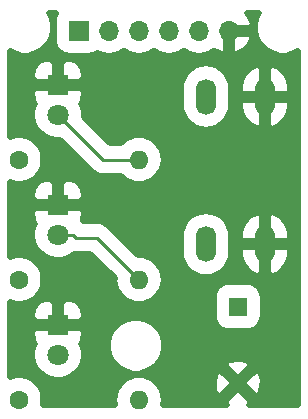
<source format=gbl>
G04 #@! TF.GenerationSoftware,KiCad,Pcbnew,(5.1.2)-1*
G04 #@! TF.CreationDate,2024-09-09T18:42:11+01:00*
G04 #@! TF.ProjectId,Starter_PCB01,53746172-7465-4725-9f50-434230312e6b,rev?*
G04 #@! TF.SameCoordinates,Original*
G04 #@! TF.FileFunction,Copper,L2,Bot*
G04 #@! TF.FilePolarity,Positive*
%FSLAX46Y46*%
G04 Gerber Fmt 4.6, Leading zero omitted, Abs format (unit mm)*
G04 Created by KiCad (PCBNEW (5.1.2)-1) date 2024-09-09 18:42:11*
%MOMM*%
%LPD*%
G04 APERTURE LIST*
%ADD10O,1.727200X3.048000*%
%ADD11R,1.600000X1.600000*%
%ADD12C,1.600000*%
%ADD13C,1.800000*%
%ADD14R,1.800000X1.800000*%
%ADD15O,1.600000X1.600000*%
%ADD16R,1.700000X1.700000*%
%ADD17O,1.700000X1.700000*%
%ADD18C,0.250000*%
%ADD19C,0.508000*%
G04 APERTURE END LIST*
D10*
X163656000Y-77978000D03*
X168656000Y-77978000D03*
X163656000Y-90478000D03*
X168656000Y-90478000D03*
D11*
X166370000Y-95758000D03*
D12*
X166370000Y-102258000D03*
D13*
X151130000Y-79502000D03*
D14*
X151130000Y-76962000D03*
D12*
X147828000Y-93472000D03*
D15*
X157988000Y-93472000D03*
X157988000Y-83312000D03*
D12*
X147828000Y-83312000D03*
D14*
X151130000Y-87122000D03*
D13*
X151130000Y-89662000D03*
D12*
X147828000Y-103632000D03*
D15*
X157988000Y-103632000D03*
D14*
X151130000Y-97282000D03*
D13*
X151130000Y-99822000D03*
D16*
X152908000Y-72390000D03*
D17*
X155448000Y-72390000D03*
X157988000Y-72390000D03*
X160528000Y-72390000D03*
X163068000Y-72390000D03*
X165608000Y-72390000D03*
D18*
X154940000Y-83312000D02*
X157988000Y-83312000D01*
X151130000Y-79502000D02*
X154940000Y-83312000D01*
X152402792Y-89662000D02*
X152656792Y-89916000D01*
X151130000Y-89662000D02*
X152402792Y-89662000D01*
X154432000Y-89916000D02*
X157988000Y-93472000D01*
X152656792Y-89916000D02*
X154432000Y-89916000D01*
D19*
G36*
X150878997Y-71051641D02*
G01*
X150806377Y-71291037D01*
X150781856Y-71540000D01*
X150781856Y-73240000D01*
X150806377Y-73488963D01*
X150878997Y-73728359D01*
X150996925Y-73948988D01*
X151155630Y-74142370D01*
X151349012Y-74301075D01*
X151569641Y-74419003D01*
X151809037Y-74491623D01*
X152058000Y-74516144D01*
X153758000Y-74516144D01*
X154006963Y-74491623D01*
X154246359Y-74419003D01*
X154466988Y-74301075D01*
X154490302Y-74281942D01*
X154632786Y-74358101D01*
X155032407Y-74479325D01*
X155343858Y-74510000D01*
X155552142Y-74510000D01*
X155863593Y-74479325D01*
X156263214Y-74358101D01*
X156631507Y-74161244D01*
X156718000Y-74090261D01*
X156804493Y-74161244D01*
X157172786Y-74358101D01*
X157572407Y-74479325D01*
X157883858Y-74510000D01*
X158092142Y-74510000D01*
X158403593Y-74479325D01*
X158803214Y-74358101D01*
X159171507Y-74161244D01*
X159258000Y-74090261D01*
X159344493Y-74161244D01*
X159712786Y-74358101D01*
X160112407Y-74479325D01*
X160423858Y-74510000D01*
X160632142Y-74510000D01*
X160943593Y-74479325D01*
X161343214Y-74358101D01*
X161711507Y-74161244D01*
X161798000Y-74090261D01*
X161884493Y-74161244D01*
X162252786Y-74358101D01*
X162652407Y-74479325D01*
X162963858Y-74510000D01*
X163172142Y-74510000D01*
X163483593Y-74479325D01*
X163883214Y-74358101D01*
X164251507Y-74161244D01*
X164346923Y-74082938D01*
X164576357Y-74242065D01*
X164957500Y-74407742D01*
X165027875Y-74429082D01*
X165354000Y-74174514D01*
X165354000Y-72644000D01*
X165862000Y-72644000D01*
X165862000Y-74174514D01*
X166188125Y-74429082D01*
X166258500Y-74407742D01*
X166639643Y-74242065D01*
X166981140Y-74005215D01*
X167269868Y-73706293D01*
X167494732Y-73356786D01*
X167647089Y-72970126D01*
X167395236Y-72644000D01*
X165862000Y-72644000D01*
X165354000Y-72644000D01*
X165334000Y-72644000D01*
X165334000Y-72136000D01*
X165354000Y-72136000D01*
X165354000Y-72116000D01*
X165862000Y-72116000D01*
X165862000Y-72136000D01*
X167395236Y-72136000D01*
X167647089Y-71809874D01*
X167494732Y-71423214D01*
X167269868Y-71073707D01*
X167093392Y-70891000D01*
X168161508Y-70891000D01*
X168079734Y-71013384D01*
X167901078Y-71444697D01*
X167810000Y-71902575D01*
X167810000Y-72369425D01*
X167901078Y-72827303D01*
X168079734Y-73258616D01*
X168339101Y-73646787D01*
X168669213Y-73976899D01*
X169057384Y-74236266D01*
X169488697Y-74414922D01*
X169946575Y-74506000D01*
X170413425Y-74506000D01*
X170871303Y-74414922D01*
X171302616Y-74236266D01*
X171425000Y-74154492D01*
X171425001Y-104115000D01*
X167302510Y-104115000D01*
X167322842Y-104106934D01*
X167377962Y-104077472D01*
X167423673Y-103670883D01*
X166370000Y-102617210D01*
X165316327Y-103670883D01*
X165362038Y-104077472D01*
X165448922Y-104115000D01*
X160004627Y-104115000D01*
X160028048Y-104037791D01*
X160068015Y-103632000D01*
X160028048Y-103226209D01*
X159909683Y-102836013D01*
X159717469Y-102476406D01*
X159680005Y-102430755D01*
X164297170Y-102430755D01*
X164370702Y-102831824D01*
X164521066Y-103210842D01*
X164550528Y-103265962D01*
X164957117Y-103311673D01*
X166010790Y-102258000D01*
X166729210Y-102258000D01*
X167782883Y-103311673D01*
X168189472Y-103265962D01*
X168351156Y-102891633D01*
X168436704Y-102492954D01*
X168442830Y-102085245D01*
X168369298Y-101684176D01*
X168218934Y-101305158D01*
X168189472Y-101250038D01*
X167782883Y-101204327D01*
X166729210Y-102258000D01*
X166010790Y-102258000D01*
X164957117Y-101204327D01*
X164550528Y-101250038D01*
X164388844Y-101624367D01*
X164303296Y-102023046D01*
X164297170Y-102430755D01*
X159680005Y-102430755D01*
X159458793Y-102161207D01*
X159143594Y-101902531D01*
X158783987Y-101710317D01*
X158393791Y-101591952D01*
X158089684Y-101562000D01*
X157886316Y-101562000D01*
X157582209Y-101591952D01*
X157192013Y-101710317D01*
X156832406Y-101902531D01*
X156517207Y-102161207D01*
X156258531Y-102476406D01*
X156066317Y-102836013D01*
X155947952Y-103226209D01*
X155907985Y-103632000D01*
X155947952Y-104037791D01*
X155971373Y-104115000D01*
X149842479Y-104115000D01*
X149898000Y-103835877D01*
X149898000Y-103428123D01*
X149818451Y-103028203D01*
X149662410Y-102651487D01*
X149435874Y-102312452D01*
X149147548Y-102024126D01*
X148808513Y-101797590D01*
X148431797Y-101641549D01*
X148031877Y-101562000D01*
X147624123Y-101562000D01*
X147224203Y-101641549D01*
X147091000Y-101696724D01*
X147091000Y-98182000D01*
X148953855Y-98182000D01*
X148978376Y-98430964D01*
X149050996Y-98670360D01*
X149167754Y-98888798D01*
X149043392Y-99189034D01*
X148960000Y-99608274D01*
X148960000Y-100035726D01*
X149043392Y-100454966D01*
X149206971Y-100849881D01*
X149444451Y-101205295D01*
X149746705Y-101507549D01*
X150102119Y-101745029D01*
X150497034Y-101908608D01*
X150916274Y-101992000D01*
X151343726Y-101992000D01*
X151762966Y-101908608D01*
X152157881Y-101745029D01*
X152513295Y-101507549D01*
X152815549Y-101205295D01*
X153053029Y-100849881D01*
X153216608Y-100454966D01*
X153300000Y-100035726D01*
X153300000Y-99608274D01*
X153216608Y-99189034D01*
X153092246Y-98888798D01*
X153125505Y-98826575D01*
X155364000Y-98826575D01*
X155364000Y-99293425D01*
X155455078Y-99751303D01*
X155633734Y-100182616D01*
X155893101Y-100570787D01*
X156223213Y-100900899D01*
X156611384Y-101160266D01*
X157042697Y-101338922D01*
X157500575Y-101430000D01*
X157967425Y-101430000D01*
X158425303Y-101338922D01*
X158856616Y-101160266D01*
X159244787Y-100900899D01*
X159300569Y-100845117D01*
X165316327Y-100845117D01*
X166370000Y-101898790D01*
X167423673Y-100845117D01*
X167377962Y-100438528D01*
X167003633Y-100276844D01*
X166604954Y-100191296D01*
X166197245Y-100185170D01*
X165796176Y-100258702D01*
X165417158Y-100409066D01*
X165362038Y-100438528D01*
X165316327Y-100845117D01*
X159300569Y-100845117D01*
X159574899Y-100570787D01*
X159834266Y-100182616D01*
X160012922Y-99751303D01*
X160104000Y-99293425D01*
X160104000Y-98826575D01*
X160012922Y-98368697D01*
X159834266Y-97937384D01*
X159574899Y-97549213D01*
X159244787Y-97219101D01*
X158856616Y-96959734D01*
X158425303Y-96781078D01*
X157967425Y-96690000D01*
X157500575Y-96690000D01*
X157042697Y-96781078D01*
X156611384Y-96959734D01*
X156223213Y-97219101D01*
X155893101Y-97549213D01*
X155633734Y-97937384D01*
X155455078Y-98368697D01*
X155364000Y-98826575D01*
X153125505Y-98826575D01*
X153209004Y-98670360D01*
X153281624Y-98430964D01*
X153306145Y-98182000D01*
X153300000Y-97853500D01*
X152982500Y-97536000D01*
X151384000Y-97536000D01*
X151384000Y-97556000D01*
X150876000Y-97556000D01*
X150876000Y-97536000D01*
X149277500Y-97536000D01*
X148960000Y-97853500D01*
X148953855Y-98182000D01*
X147091000Y-98182000D01*
X147091000Y-96382000D01*
X148953855Y-96382000D01*
X148960000Y-96710500D01*
X149277500Y-97028000D01*
X150876000Y-97028000D01*
X150876000Y-95429500D01*
X151384000Y-95429500D01*
X151384000Y-97028000D01*
X152982500Y-97028000D01*
X153300000Y-96710500D01*
X153306145Y-96382000D01*
X153281624Y-96133036D01*
X153209004Y-95893640D01*
X153091076Y-95673012D01*
X152932371Y-95479629D01*
X152738988Y-95320924D01*
X152518360Y-95202996D01*
X152278964Y-95130376D01*
X152030000Y-95105855D01*
X151701500Y-95112000D01*
X151384000Y-95429500D01*
X150876000Y-95429500D01*
X150558500Y-95112000D01*
X150230000Y-95105855D01*
X149981036Y-95130376D01*
X149741640Y-95202996D01*
X149521012Y-95320924D01*
X149327629Y-95479629D01*
X149168924Y-95673012D01*
X149050996Y-95893640D01*
X148978376Y-96133036D01*
X148953855Y-96382000D01*
X147091000Y-96382000D01*
X147091000Y-95407276D01*
X147224203Y-95462451D01*
X147624123Y-95542000D01*
X148031877Y-95542000D01*
X148431797Y-95462451D01*
X148808513Y-95306410D01*
X149147548Y-95079874D01*
X149435874Y-94791548D01*
X149662410Y-94452513D01*
X149818451Y-94075797D01*
X149898000Y-93675877D01*
X149898000Y-93268123D01*
X149818451Y-92868203D01*
X149662410Y-92491487D01*
X149435874Y-92152452D01*
X149147548Y-91864126D01*
X148808513Y-91637590D01*
X148431797Y-91481549D01*
X148031877Y-91402000D01*
X147624123Y-91402000D01*
X147224203Y-91481549D01*
X147091000Y-91536724D01*
X147091000Y-88022000D01*
X148953855Y-88022000D01*
X148978376Y-88270964D01*
X149050996Y-88510360D01*
X149167754Y-88728798D01*
X149043392Y-89029034D01*
X148960000Y-89448274D01*
X148960000Y-89875726D01*
X149043392Y-90294966D01*
X149206971Y-90689881D01*
X149444451Y-91045295D01*
X149746705Y-91347549D01*
X150102119Y-91585029D01*
X150497034Y-91748608D01*
X150916274Y-91832000D01*
X151343726Y-91832000D01*
X151762966Y-91748608D01*
X152157881Y-91585029D01*
X152513295Y-91347549D01*
X152553289Y-91307555D01*
X152588268Y-91311000D01*
X152588277Y-91311000D01*
X152656791Y-91317748D01*
X152725305Y-91311000D01*
X153854173Y-91311000D01*
X155917595Y-93374423D01*
X155907985Y-93472000D01*
X155947952Y-93877791D01*
X156066317Y-94267987D01*
X156258531Y-94627594D01*
X156517207Y-94942793D01*
X156832406Y-95201469D01*
X157192013Y-95393683D01*
X157582209Y-95512048D01*
X157886316Y-95542000D01*
X158089684Y-95542000D01*
X158393791Y-95512048D01*
X158783987Y-95393683D01*
X159143594Y-95201469D01*
X159440263Y-94958000D01*
X164293856Y-94958000D01*
X164293856Y-96558000D01*
X164318377Y-96806963D01*
X164390997Y-97046359D01*
X164508925Y-97266988D01*
X164667630Y-97460370D01*
X164861012Y-97619075D01*
X165081641Y-97737003D01*
X165321037Y-97809623D01*
X165570000Y-97834144D01*
X167170000Y-97834144D01*
X167418963Y-97809623D01*
X167658359Y-97737003D01*
X167878988Y-97619075D01*
X168072370Y-97460370D01*
X168231075Y-97266988D01*
X168349003Y-97046359D01*
X168421623Y-96806963D01*
X168446144Y-96558000D01*
X168446144Y-94958000D01*
X168421623Y-94709037D01*
X168349003Y-94469641D01*
X168231075Y-94249012D01*
X168072370Y-94055630D01*
X167878988Y-93896925D01*
X167658359Y-93778997D01*
X167418963Y-93706377D01*
X167170000Y-93681856D01*
X165570000Y-93681856D01*
X165321037Y-93706377D01*
X165081641Y-93778997D01*
X164861012Y-93896925D01*
X164667630Y-94055630D01*
X164508925Y-94249012D01*
X164390997Y-94469641D01*
X164318377Y-94709037D01*
X164293856Y-94958000D01*
X159440263Y-94958000D01*
X159458793Y-94942793D01*
X159717469Y-94627594D01*
X159909683Y-94267987D01*
X160028048Y-93877791D01*
X160068015Y-93472000D01*
X160028048Y-93066209D01*
X159909683Y-92676013D01*
X159717469Y-92316406D01*
X159458793Y-92001207D01*
X159143594Y-91742531D01*
X158783987Y-91550317D01*
X158393791Y-91431952D01*
X158089684Y-91402000D01*
X157890828Y-91402000D01*
X156201617Y-89712789D01*
X161522400Y-89712789D01*
X161522400Y-91243210D01*
X161553272Y-91556658D01*
X161675273Y-91958843D01*
X161873393Y-92329500D01*
X162140018Y-92654382D01*
X162464900Y-92921007D01*
X162835556Y-93119127D01*
X163237741Y-93241128D01*
X163656000Y-93282323D01*
X164074258Y-93241128D01*
X164476443Y-93119127D01*
X164847100Y-92921007D01*
X165171982Y-92654382D01*
X165438607Y-92329500D01*
X165636727Y-91958844D01*
X165758728Y-91556659D01*
X165789600Y-91243211D01*
X165789600Y-90732000D01*
X166522400Y-90732000D01*
X166522400Y-91392400D01*
X166612949Y-91803764D01*
X166782012Y-92189559D01*
X167023091Y-92534958D01*
X167326922Y-92826688D01*
X167681829Y-93053538D01*
X168073732Y-93191011D01*
X168402000Y-92936650D01*
X168402000Y-90732000D01*
X168910000Y-90732000D01*
X168910000Y-92936650D01*
X169238268Y-93191011D01*
X169630171Y-93053538D01*
X169985078Y-92826688D01*
X170288909Y-92534958D01*
X170529988Y-92189559D01*
X170699051Y-91803764D01*
X170789600Y-91392400D01*
X170789600Y-90732000D01*
X168910000Y-90732000D01*
X168402000Y-90732000D01*
X166522400Y-90732000D01*
X165789600Y-90732000D01*
X165789600Y-89712790D01*
X165774907Y-89563600D01*
X166522400Y-89563600D01*
X166522400Y-90224000D01*
X168402000Y-90224000D01*
X168402000Y-88019350D01*
X168910000Y-88019350D01*
X168910000Y-90224000D01*
X170789600Y-90224000D01*
X170789600Y-89563600D01*
X170699051Y-89152236D01*
X170529988Y-88766441D01*
X170288909Y-88421042D01*
X169985078Y-88129312D01*
X169630171Y-87902462D01*
X169238268Y-87764989D01*
X168910000Y-88019350D01*
X168402000Y-88019350D01*
X168073732Y-87764989D01*
X167681829Y-87902462D01*
X167326922Y-88129312D01*
X167023091Y-88421042D01*
X166782012Y-88766441D01*
X166612949Y-89152236D01*
X166522400Y-89563600D01*
X165774907Y-89563600D01*
X165758728Y-89399342D01*
X165636727Y-88997156D01*
X165438607Y-88626500D01*
X165171982Y-88301618D01*
X164847100Y-88034993D01*
X164476444Y-87836873D01*
X164074259Y-87714872D01*
X163656000Y-87673677D01*
X163237742Y-87714872D01*
X162835557Y-87836873D01*
X162464901Y-88034993D01*
X162140019Y-88301618D01*
X161873394Y-88626500D01*
X161675274Y-88997156D01*
X161553272Y-89399341D01*
X161522400Y-89712789D01*
X156201617Y-89712789D01*
X155466870Y-88978043D01*
X155423186Y-88924814D01*
X155210770Y-88750488D01*
X154968426Y-88620953D01*
X154705468Y-88541185D01*
X154500524Y-88521000D01*
X154500514Y-88521000D01*
X154432000Y-88514252D01*
X154363486Y-88521000D01*
X153211430Y-88521000D01*
X153205791Y-88516372D01*
X153209004Y-88510360D01*
X153281624Y-88270964D01*
X153306145Y-88022000D01*
X153300000Y-87693500D01*
X152982500Y-87376000D01*
X151384000Y-87376000D01*
X151384000Y-87396000D01*
X150876000Y-87396000D01*
X150876000Y-87376000D01*
X149277500Y-87376000D01*
X148960000Y-87693500D01*
X148953855Y-88022000D01*
X147091000Y-88022000D01*
X147091000Y-86222000D01*
X148953855Y-86222000D01*
X148960000Y-86550500D01*
X149277500Y-86868000D01*
X150876000Y-86868000D01*
X150876000Y-85269500D01*
X151384000Y-85269500D01*
X151384000Y-86868000D01*
X152982500Y-86868000D01*
X153300000Y-86550500D01*
X153306145Y-86222000D01*
X153281624Y-85973036D01*
X153209004Y-85733640D01*
X153091076Y-85513012D01*
X152932371Y-85319629D01*
X152738988Y-85160924D01*
X152518360Y-85042996D01*
X152278964Y-84970376D01*
X152030000Y-84945855D01*
X151701500Y-84952000D01*
X151384000Y-85269500D01*
X150876000Y-85269500D01*
X150558500Y-84952000D01*
X150230000Y-84945855D01*
X149981036Y-84970376D01*
X149741640Y-85042996D01*
X149521012Y-85160924D01*
X149327629Y-85319629D01*
X149168924Y-85513012D01*
X149050996Y-85733640D01*
X148978376Y-85973036D01*
X148953855Y-86222000D01*
X147091000Y-86222000D01*
X147091000Y-85247276D01*
X147224203Y-85302451D01*
X147624123Y-85382000D01*
X148031877Y-85382000D01*
X148431797Y-85302451D01*
X148808513Y-85146410D01*
X149147548Y-84919874D01*
X149435874Y-84631548D01*
X149662410Y-84292513D01*
X149818451Y-83915797D01*
X149898000Y-83515877D01*
X149898000Y-83108123D01*
X149818451Y-82708203D01*
X149662410Y-82331487D01*
X149435874Y-81992452D01*
X149147548Y-81704126D01*
X148808513Y-81477590D01*
X148431797Y-81321549D01*
X148031877Y-81242000D01*
X147624123Y-81242000D01*
X147224203Y-81321549D01*
X147091000Y-81376724D01*
X147091000Y-77862000D01*
X148953855Y-77862000D01*
X148978376Y-78110964D01*
X149050996Y-78350360D01*
X149167754Y-78568798D01*
X149043392Y-78869034D01*
X148960000Y-79288274D01*
X148960000Y-79715726D01*
X149043392Y-80134966D01*
X149206971Y-80529881D01*
X149444451Y-80885295D01*
X149746705Y-81187549D01*
X150102119Y-81425029D01*
X150497034Y-81588608D01*
X150916274Y-81672000D01*
X151327173Y-81672000D01*
X153905130Y-84249957D01*
X153948814Y-84303186D01*
X154161230Y-84477512D01*
X154403574Y-84607047D01*
X154666532Y-84686815D01*
X154871476Y-84707000D01*
X154871483Y-84707000D01*
X154940000Y-84713748D01*
X155008517Y-84707000D01*
X156455006Y-84707000D01*
X156517207Y-84782793D01*
X156832406Y-85041469D01*
X157192013Y-85233683D01*
X157582209Y-85352048D01*
X157886316Y-85382000D01*
X158089684Y-85382000D01*
X158393791Y-85352048D01*
X158783987Y-85233683D01*
X159143594Y-85041469D01*
X159458793Y-84782793D01*
X159717469Y-84467594D01*
X159909683Y-84107987D01*
X160028048Y-83717791D01*
X160068015Y-83312000D01*
X160028048Y-82906209D01*
X159909683Y-82516013D01*
X159717469Y-82156406D01*
X159458793Y-81841207D01*
X159143594Y-81582531D01*
X158783987Y-81390317D01*
X158393791Y-81271952D01*
X158089684Y-81242000D01*
X157886316Y-81242000D01*
X157582209Y-81271952D01*
X157192013Y-81390317D01*
X156832406Y-81582531D01*
X156517207Y-81841207D01*
X156455006Y-81917000D01*
X155517827Y-81917000D01*
X153300000Y-79699173D01*
X153300000Y-79288274D01*
X153216608Y-78869034D01*
X153092246Y-78568798D01*
X153209004Y-78350360D01*
X153281624Y-78110964D01*
X153306145Y-77862000D01*
X153300000Y-77533500D01*
X152982500Y-77216000D01*
X151384000Y-77216000D01*
X151384000Y-77236000D01*
X150876000Y-77236000D01*
X150876000Y-77216000D01*
X149277500Y-77216000D01*
X148960000Y-77533500D01*
X148953855Y-77862000D01*
X147091000Y-77862000D01*
X147091000Y-77212789D01*
X161522400Y-77212789D01*
X161522400Y-78743210D01*
X161553272Y-79056658D01*
X161675273Y-79458843D01*
X161873393Y-79829500D01*
X162140018Y-80154382D01*
X162464900Y-80421007D01*
X162835556Y-80619127D01*
X163237741Y-80741128D01*
X163656000Y-80782323D01*
X164074258Y-80741128D01*
X164476443Y-80619127D01*
X164847100Y-80421007D01*
X165171982Y-80154382D01*
X165438607Y-79829500D01*
X165636727Y-79458844D01*
X165758728Y-79056659D01*
X165789600Y-78743211D01*
X165789600Y-78232000D01*
X166522400Y-78232000D01*
X166522400Y-78892400D01*
X166612949Y-79303764D01*
X166782012Y-79689559D01*
X167023091Y-80034958D01*
X167326922Y-80326688D01*
X167681829Y-80553538D01*
X168073732Y-80691011D01*
X168402000Y-80436650D01*
X168402000Y-78232000D01*
X168910000Y-78232000D01*
X168910000Y-80436650D01*
X169238268Y-80691011D01*
X169630171Y-80553538D01*
X169985078Y-80326688D01*
X170288909Y-80034958D01*
X170529988Y-79689559D01*
X170699051Y-79303764D01*
X170789600Y-78892400D01*
X170789600Y-78232000D01*
X168910000Y-78232000D01*
X168402000Y-78232000D01*
X166522400Y-78232000D01*
X165789600Y-78232000D01*
X165789600Y-77212790D01*
X165774907Y-77063600D01*
X166522400Y-77063600D01*
X166522400Y-77724000D01*
X168402000Y-77724000D01*
X168402000Y-75519350D01*
X168910000Y-75519350D01*
X168910000Y-77724000D01*
X170789600Y-77724000D01*
X170789600Y-77063600D01*
X170699051Y-76652236D01*
X170529988Y-76266441D01*
X170288909Y-75921042D01*
X169985078Y-75629312D01*
X169630171Y-75402462D01*
X169238268Y-75264989D01*
X168910000Y-75519350D01*
X168402000Y-75519350D01*
X168073732Y-75264989D01*
X167681829Y-75402462D01*
X167326922Y-75629312D01*
X167023091Y-75921042D01*
X166782012Y-76266441D01*
X166612949Y-76652236D01*
X166522400Y-77063600D01*
X165774907Y-77063600D01*
X165758728Y-76899342D01*
X165636727Y-76497156D01*
X165438607Y-76126500D01*
X165171982Y-75801618D01*
X164847100Y-75534993D01*
X164476444Y-75336873D01*
X164074259Y-75214872D01*
X163656000Y-75173677D01*
X163237742Y-75214872D01*
X162835557Y-75336873D01*
X162464901Y-75534993D01*
X162140019Y-75801618D01*
X161873394Y-76126500D01*
X161675274Y-76497156D01*
X161553272Y-76899341D01*
X161522400Y-77212789D01*
X147091000Y-77212789D01*
X147091000Y-76062000D01*
X148953855Y-76062000D01*
X148960000Y-76390500D01*
X149277500Y-76708000D01*
X150876000Y-76708000D01*
X150876000Y-75109500D01*
X151384000Y-75109500D01*
X151384000Y-76708000D01*
X152982500Y-76708000D01*
X153300000Y-76390500D01*
X153306145Y-76062000D01*
X153281624Y-75813036D01*
X153209004Y-75573640D01*
X153091076Y-75353012D01*
X152932371Y-75159629D01*
X152738988Y-75000924D01*
X152518360Y-74882996D01*
X152278964Y-74810376D01*
X152030000Y-74785855D01*
X151701500Y-74792000D01*
X151384000Y-75109500D01*
X150876000Y-75109500D01*
X150558500Y-74792000D01*
X150230000Y-74785855D01*
X149981036Y-74810376D01*
X149741640Y-74882996D01*
X149521012Y-75000924D01*
X149327629Y-75159629D01*
X149168924Y-75353012D01*
X149050996Y-75573640D01*
X148978376Y-75813036D01*
X148953855Y-76062000D01*
X147091000Y-76062000D01*
X147091000Y-74154492D01*
X147213384Y-74236266D01*
X147644697Y-74414922D01*
X148102575Y-74506000D01*
X148569425Y-74506000D01*
X149027303Y-74414922D01*
X149458616Y-74236266D01*
X149846787Y-73976899D01*
X150176899Y-73646787D01*
X150436266Y-73258616D01*
X150614922Y-72827303D01*
X150706000Y-72369425D01*
X150706000Y-71902575D01*
X150614922Y-71444697D01*
X150436266Y-71013384D01*
X150354492Y-70891000D01*
X150964861Y-70891000D01*
X150878997Y-71051641D01*
X150878997Y-71051641D01*
G37*
X150878997Y-71051641D02*
X150806377Y-71291037D01*
X150781856Y-71540000D01*
X150781856Y-73240000D01*
X150806377Y-73488963D01*
X150878997Y-73728359D01*
X150996925Y-73948988D01*
X151155630Y-74142370D01*
X151349012Y-74301075D01*
X151569641Y-74419003D01*
X151809037Y-74491623D01*
X152058000Y-74516144D01*
X153758000Y-74516144D01*
X154006963Y-74491623D01*
X154246359Y-74419003D01*
X154466988Y-74301075D01*
X154490302Y-74281942D01*
X154632786Y-74358101D01*
X155032407Y-74479325D01*
X155343858Y-74510000D01*
X155552142Y-74510000D01*
X155863593Y-74479325D01*
X156263214Y-74358101D01*
X156631507Y-74161244D01*
X156718000Y-74090261D01*
X156804493Y-74161244D01*
X157172786Y-74358101D01*
X157572407Y-74479325D01*
X157883858Y-74510000D01*
X158092142Y-74510000D01*
X158403593Y-74479325D01*
X158803214Y-74358101D01*
X159171507Y-74161244D01*
X159258000Y-74090261D01*
X159344493Y-74161244D01*
X159712786Y-74358101D01*
X160112407Y-74479325D01*
X160423858Y-74510000D01*
X160632142Y-74510000D01*
X160943593Y-74479325D01*
X161343214Y-74358101D01*
X161711507Y-74161244D01*
X161798000Y-74090261D01*
X161884493Y-74161244D01*
X162252786Y-74358101D01*
X162652407Y-74479325D01*
X162963858Y-74510000D01*
X163172142Y-74510000D01*
X163483593Y-74479325D01*
X163883214Y-74358101D01*
X164251507Y-74161244D01*
X164346923Y-74082938D01*
X164576357Y-74242065D01*
X164957500Y-74407742D01*
X165027875Y-74429082D01*
X165354000Y-74174514D01*
X165354000Y-72644000D01*
X165862000Y-72644000D01*
X165862000Y-74174514D01*
X166188125Y-74429082D01*
X166258500Y-74407742D01*
X166639643Y-74242065D01*
X166981140Y-74005215D01*
X167269868Y-73706293D01*
X167494732Y-73356786D01*
X167647089Y-72970126D01*
X167395236Y-72644000D01*
X165862000Y-72644000D01*
X165354000Y-72644000D01*
X165334000Y-72644000D01*
X165334000Y-72136000D01*
X165354000Y-72136000D01*
X165354000Y-72116000D01*
X165862000Y-72116000D01*
X165862000Y-72136000D01*
X167395236Y-72136000D01*
X167647089Y-71809874D01*
X167494732Y-71423214D01*
X167269868Y-71073707D01*
X167093392Y-70891000D01*
X168161508Y-70891000D01*
X168079734Y-71013384D01*
X167901078Y-71444697D01*
X167810000Y-71902575D01*
X167810000Y-72369425D01*
X167901078Y-72827303D01*
X168079734Y-73258616D01*
X168339101Y-73646787D01*
X168669213Y-73976899D01*
X169057384Y-74236266D01*
X169488697Y-74414922D01*
X169946575Y-74506000D01*
X170413425Y-74506000D01*
X170871303Y-74414922D01*
X171302616Y-74236266D01*
X171425000Y-74154492D01*
X171425001Y-104115000D01*
X167302510Y-104115000D01*
X167322842Y-104106934D01*
X167377962Y-104077472D01*
X167423673Y-103670883D01*
X166370000Y-102617210D01*
X165316327Y-103670883D01*
X165362038Y-104077472D01*
X165448922Y-104115000D01*
X160004627Y-104115000D01*
X160028048Y-104037791D01*
X160068015Y-103632000D01*
X160028048Y-103226209D01*
X159909683Y-102836013D01*
X159717469Y-102476406D01*
X159680005Y-102430755D01*
X164297170Y-102430755D01*
X164370702Y-102831824D01*
X164521066Y-103210842D01*
X164550528Y-103265962D01*
X164957117Y-103311673D01*
X166010790Y-102258000D01*
X166729210Y-102258000D01*
X167782883Y-103311673D01*
X168189472Y-103265962D01*
X168351156Y-102891633D01*
X168436704Y-102492954D01*
X168442830Y-102085245D01*
X168369298Y-101684176D01*
X168218934Y-101305158D01*
X168189472Y-101250038D01*
X167782883Y-101204327D01*
X166729210Y-102258000D01*
X166010790Y-102258000D01*
X164957117Y-101204327D01*
X164550528Y-101250038D01*
X164388844Y-101624367D01*
X164303296Y-102023046D01*
X164297170Y-102430755D01*
X159680005Y-102430755D01*
X159458793Y-102161207D01*
X159143594Y-101902531D01*
X158783987Y-101710317D01*
X158393791Y-101591952D01*
X158089684Y-101562000D01*
X157886316Y-101562000D01*
X157582209Y-101591952D01*
X157192013Y-101710317D01*
X156832406Y-101902531D01*
X156517207Y-102161207D01*
X156258531Y-102476406D01*
X156066317Y-102836013D01*
X155947952Y-103226209D01*
X155907985Y-103632000D01*
X155947952Y-104037791D01*
X155971373Y-104115000D01*
X149842479Y-104115000D01*
X149898000Y-103835877D01*
X149898000Y-103428123D01*
X149818451Y-103028203D01*
X149662410Y-102651487D01*
X149435874Y-102312452D01*
X149147548Y-102024126D01*
X148808513Y-101797590D01*
X148431797Y-101641549D01*
X148031877Y-101562000D01*
X147624123Y-101562000D01*
X147224203Y-101641549D01*
X147091000Y-101696724D01*
X147091000Y-98182000D01*
X148953855Y-98182000D01*
X148978376Y-98430964D01*
X149050996Y-98670360D01*
X149167754Y-98888798D01*
X149043392Y-99189034D01*
X148960000Y-99608274D01*
X148960000Y-100035726D01*
X149043392Y-100454966D01*
X149206971Y-100849881D01*
X149444451Y-101205295D01*
X149746705Y-101507549D01*
X150102119Y-101745029D01*
X150497034Y-101908608D01*
X150916274Y-101992000D01*
X151343726Y-101992000D01*
X151762966Y-101908608D01*
X152157881Y-101745029D01*
X152513295Y-101507549D01*
X152815549Y-101205295D01*
X153053029Y-100849881D01*
X153216608Y-100454966D01*
X153300000Y-100035726D01*
X153300000Y-99608274D01*
X153216608Y-99189034D01*
X153092246Y-98888798D01*
X153125505Y-98826575D01*
X155364000Y-98826575D01*
X155364000Y-99293425D01*
X155455078Y-99751303D01*
X155633734Y-100182616D01*
X155893101Y-100570787D01*
X156223213Y-100900899D01*
X156611384Y-101160266D01*
X157042697Y-101338922D01*
X157500575Y-101430000D01*
X157967425Y-101430000D01*
X158425303Y-101338922D01*
X158856616Y-101160266D01*
X159244787Y-100900899D01*
X159300569Y-100845117D01*
X165316327Y-100845117D01*
X166370000Y-101898790D01*
X167423673Y-100845117D01*
X167377962Y-100438528D01*
X167003633Y-100276844D01*
X166604954Y-100191296D01*
X166197245Y-100185170D01*
X165796176Y-100258702D01*
X165417158Y-100409066D01*
X165362038Y-100438528D01*
X165316327Y-100845117D01*
X159300569Y-100845117D01*
X159574899Y-100570787D01*
X159834266Y-100182616D01*
X160012922Y-99751303D01*
X160104000Y-99293425D01*
X160104000Y-98826575D01*
X160012922Y-98368697D01*
X159834266Y-97937384D01*
X159574899Y-97549213D01*
X159244787Y-97219101D01*
X158856616Y-96959734D01*
X158425303Y-96781078D01*
X157967425Y-96690000D01*
X157500575Y-96690000D01*
X157042697Y-96781078D01*
X156611384Y-96959734D01*
X156223213Y-97219101D01*
X155893101Y-97549213D01*
X155633734Y-97937384D01*
X155455078Y-98368697D01*
X155364000Y-98826575D01*
X153125505Y-98826575D01*
X153209004Y-98670360D01*
X153281624Y-98430964D01*
X153306145Y-98182000D01*
X153300000Y-97853500D01*
X152982500Y-97536000D01*
X151384000Y-97536000D01*
X151384000Y-97556000D01*
X150876000Y-97556000D01*
X150876000Y-97536000D01*
X149277500Y-97536000D01*
X148960000Y-97853500D01*
X148953855Y-98182000D01*
X147091000Y-98182000D01*
X147091000Y-96382000D01*
X148953855Y-96382000D01*
X148960000Y-96710500D01*
X149277500Y-97028000D01*
X150876000Y-97028000D01*
X150876000Y-95429500D01*
X151384000Y-95429500D01*
X151384000Y-97028000D01*
X152982500Y-97028000D01*
X153300000Y-96710500D01*
X153306145Y-96382000D01*
X153281624Y-96133036D01*
X153209004Y-95893640D01*
X153091076Y-95673012D01*
X152932371Y-95479629D01*
X152738988Y-95320924D01*
X152518360Y-95202996D01*
X152278964Y-95130376D01*
X152030000Y-95105855D01*
X151701500Y-95112000D01*
X151384000Y-95429500D01*
X150876000Y-95429500D01*
X150558500Y-95112000D01*
X150230000Y-95105855D01*
X149981036Y-95130376D01*
X149741640Y-95202996D01*
X149521012Y-95320924D01*
X149327629Y-95479629D01*
X149168924Y-95673012D01*
X149050996Y-95893640D01*
X148978376Y-96133036D01*
X148953855Y-96382000D01*
X147091000Y-96382000D01*
X147091000Y-95407276D01*
X147224203Y-95462451D01*
X147624123Y-95542000D01*
X148031877Y-95542000D01*
X148431797Y-95462451D01*
X148808513Y-95306410D01*
X149147548Y-95079874D01*
X149435874Y-94791548D01*
X149662410Y-94452513D01*
X149818451Y-94075797D01*
X149898000Y-93675877D01*
X149898000Y-93268123D01*
X149818451Y-92868203D01*
X149662410Y-92491487D01*
X149435874Y-92152452D01*
X149147548Y-91864126D01*
X148808513Y-91637590D01*
X148431797Y-91481549D01*
X148031877Y-91402000D01*
X147624123Y-91402000D01*
X147224203Y-91481549D01*
X147091000Y-91536724D01*
X147091000Y-88022000D01*
X148953855Y-88022000D01*
X148978376Y-88270964D01*
X149050996Y-88510360D01*
X149167754Y-88728798D01*
X149043392Y-89029034D01*
X148960000Y-89448274D01*
X148960000Y-89875726D01*
X149043392Y-90294966D01*
X149206971Y-90689881D01*
X149444451Y-91045295D01*
X149746705Y-91347549D01*
X150102119Y-91585029D01*
X150497034Y-91748608D01*
X150916274Y-91832000D01*
X151343726Y-91832000D01*
X151762966Y-91748608D01*
X152157881Y-91585029D01*
X152513295Y-91347549D01*
X152553289Y-91307555D01*
X152588268Y-91311000D01*
X152588277Y-91311000D01*
X152656791Y-91317748D01*
X152725305Y-91311000D01*
X153854173Y-91311000D01*
X155917595Y-93374423D01*
X155907985Y-93472000D01*
X155947952Y-93877791D01*
X156066317Y-94267987D01*
X156258531Y-94627594D01*
X156517207Y-94942793D01*
X156832406Y-95201469D01*
X157192013Y-95393683D01*
X157582209Y-95512048D01*
X157886316Y-95542000D01*
X158089684Y-95542000D01*
X158393791Y-95512048D01*
X158783987Y-95393683D01*
X159143594Y-95201469D01*
X159440263Y-94958000D01*
X164293856Y-94958000D01*
X164293856Y-96558000D01*
X164318377Y-96806963D01*
X164390997Y-97046359D01*
X164508925Y-97266988D01*
X164667630Y-97460370D01*
X164861012Y-97619075D01*
X165081641Y-97737003D01*
X165321037Y-97809623D01*
X165570000Y-97834144D01*
X167170000Y-97834144D01*
X167418963Y-97809623D01*
X167658359Y-97737003D01*
X167878988Y-97619075D01*
X168072370Y-97460370D01*
X168231075Y-97266988D01*
X168349003Y-97046359D01*
X168421623Y-96806963D01*
X168446144Y-96558000D01*
X168446144Y-94958000D01*
X168421623Y-94709037D01*
X168349003Y-94469641D01*
X168231075Y-94249012D01*
X168072370Y-94055630D01*
X167878988Y-93896925D01*
X167658359Y-93778997D01*
X167418963Y-93706377D01*
X167170000Y-93681856D01*
X165570000Y-93681856D01*
X165321037Y-93706377D01*
X165081641Y-93778997D01*
X164861012Y-93896925D01*
X164667630Y-94055630D01*
X164508925Y-94249012D01*
X164390997Y-94469641D01*
X164318377Y-94709037D01*
X164293856Y-94958000D01*
X159440263Y-94958000D01*
X159458793Y-94942793D01*
X159717469Y-94627594D01*
X159909683Y-94267987D01*
X160028048Y-93877791D01*
X160068015Y-93472000D01*
X160028048Y-93066209D01*
X159909683Y-92676013D01*
X159717469Y-92316406D01*
X159458793Y-92001207D01*
X159143594Y-91742531D01*
X158783987Y-91550317D01*
X158393791Y-91431952D01*
X158089684Y-91402000D01*
X157890828Y-91402000D01*
X156201617Y-89712789D01*
X161522400Y-89712789D01*
X161522400Y-91243210D01*
X161553272Y-91556658D01*
X161675273Y-91958843D01*
X161873393Y-92329500D01*
X162140018Y-92654382D01*
X162464900Y-92921007D01*
X162835556Y-93119127D01*
X163237741Y-93241128D01*
X163656000Y-93282323D01*
X164074258Y-93241128D01*
X164476443Y-93119127D01*
X164847100Y-92921007D01*
X165171982Y-92654382D01*
X165438607Y-92329500D01*
X165636727Y-91958844D01*
X165758728Y-91556659D01*
X165789600Y-91243211D01*
X165789600Y-90732000D01*
X166522400Y-90732000D01*
X166522400Y-91392400D01*
X166612949Y-91803764D01*
X166782012Y-92189559D01*
X167023091Y-92534958D01*
X167326922Y-92826688D01*
X167681829Y-93053538D01*
X168073732Y-93191011D01*
X168402000Y-92936650D01*
X168402000Y-90732000D01*
X168910000Y-90732000D01*
X168910000Y-92936650D01*
X169238268Y-93191011D01*
X169630171Y-93053538D01*
X169985078Y-92826688D01*
X170288909Y-92534958D01*
X170529988Y-92189559D01*
X170699051Y-91803764D01*
X170789600Y-91392400D01*
X170789600Y-90732000D01*
X168910000Y-90732000D01*
X168402000Y-90732000D01*
X166522400Y-90732000D01*
X165789600Y-90732000D01*
X165789600Y-89712790D01*
X165774907Y-89563600D01*
X166522400Y-89563600D01*
X166522400Y-90224000D01*
X168402000Y-90224000D01*
X168402000Y-88019350D01*
X168910000Y-88019350D01*
X168910000Y-90224000D01*
X170789600Y-90224000D01*
X170789600Y-89563600D01*
X170699051Y-89152236D01*
X170529988Y-88766441D01*
X170288909Y-88421042D01*
X169985078Y-88129312D01*
X169630171Y-87902462D01*
X169238268Y-87764989D01*
X168910000Y-88019350D01*
X168402000Y-88019350D01*
X168073732Y-87764989D01*
X167681829Y-87902462D01*
X167326922Y-88129312D01*
X167023091Y-88421042D01*
X166782012Y-88766441D01*
X166612949Y-89152236D01*
X166522400Y-89563600D01*
X165774907Y-89563600D01*
X165758728Y-89399342D01*
X165636727Y-88997156D01*
X165438607Y-88626500D01*
X165171982Y-88301618D01*
X164847100Y-88034993D01*
X164476444Y-87836873D01*
X164074259Y-87714872D01*
X163656000Y-87673677D01*
X163237742Y-87714872D01*
X162835557Y-87836873D01*
X162464901Y-88034993D01*
X162140019Y-88301618D01*
X161873394Y-88626500D01*
X161675274Y-88997156D01*
X161553272Y-89399341D01*
X161522400Y-89712789D01*
X156201617Y-89712789D01*
X155466870Y-88978043D01*
X155423186Y-88924814D01*
X155210770Y-88750488D01*
X154968426Y-88620953D01*
X154705468Y-88541185D01*
X154500524Y-88521000D01*
X154500514Y-88521000D01*
X154432000Y-88514252D01*
X154363486Y-88521000D01*
X153211430Y-88521000D01*
X153205791Y-88516372D01*
X153209004Y-88510360D01*
X153281624Y-88270964D01*
X153306145Y-88022000D01*
X153300000Y-87693500D01*
X152982500Y-87376000D01*
X151384000Y-87376000D01*
X151384000Y-87396000D01*
X150876000Y-87396000D01*
X150876000Y-87376000D01*
X149277500Y-87376000D01*
X148960000Y-87693500D01*
X148953855Y-88022000D01*
X147091000Y-88022000D01*
X147091000Y-86222000D01*
X148953855Y-86222000D01*
X148960000Y-86550500D01*
X149277500Y-86868000D01*
X150876000Y-86868000D01*
X150876000Y-85269500D01*
X151384000Y-85269500D01*
X151384000Y-86868000D01*
X152982500Y-86868000D01*
X153300000Y-86550500D01*
X153306145Y-86222000D01*
X153281624Y-85973036D01*
X153209004Y-85733640D01*
X153091076Y-85513012D01*
X152932371Y-85319629D01*
X152738988Y-85160924D01*
X152518360Y-85042996D01*
X152278964Y-84970376D01*
X152030000Y-84945855D01*
X151701500Y-84952000D01*
X151384000Y-85269500D01*
X150876000Y-85269500D01*
X150558500Y-84952000D01*
X150230000Y-84945855D01*
X149981036Y-84970376D01*
X149741640Y-85042996D01*
X149521012Y-85160924D01*
X149327629Y-85319629D01*
X149168924Y-85513012D01*
X149050996Y-85733640D01*
X148978376Y-85973036D01*
X148953855Y-86222000D01*
X147091000Y-86222000D01*
X147091000Y-85247276D01*
X147224203Y-85302451D01*
X147624123Y-85382000D01*
X148031877Y-85382000D01*
X148431797Y-85302451D01*
X148808513Y-85146410D01*
X149147548Y-84919874D01*
X149435874Y-84631548D01*
X149662410Y-84292513D01*
X149818451Y-83915797D01*
X149898000Y-83515877D01*
X149898000Y-83108123D01*
X149818451Y-82708203D01*
X149662410Y-82331487D01*
X149435874Y-81992452D01*
X149147548Y-81704126D01*
X148808513Y-81477590D01*
X148431797Y-81321549D01*
X148031877Y-81242000D01*
X147624123Y-81242000D01*
X147224203Y-81321549D01*
X147091000Y-81376724D01*
X147091000Y-77862000D01*
X148953855Y-77862000D01*
X148978376Y-78110964D01*
X149050996Y-78350360D01*
X149167754Y-78568798D01*
X149043392Y-78869034D01*
X148960000Y-79288274D01*
X148960000Y-79715726D01*
X149043392Y-80134966D01*
X149206971Y-80529881D01*
X149444451Y-80885295D01*
X149746705Y-81187549D01*
X150102119Y-81425029D01*
X150497034Y-81588608D01*
X150916274Y-81672000D01*
X151327173Y-81672000D01*
X153905130Y-84249957D01*
X153948814Y-84303186D01*
X154161230Y-84477512D01*
X154403574Y-84607047D01*
X154666532Y-84686815D01*
X154871476Y-84707000D01*
X154871483Y-84707000D01*
X154940000Y-84713748D01*
X155008517Y-84707000D01*
X156455006Y-84707000D01*
X156517207Y-84782793D01*
X156832406Y-85041469D01*
X157192013Y-85233683D01*
X157582209Y-85352048D01*
X157886316Y-85382000D01*
X158089684Y-85382000D01*
X158393791Y-85352048D01*
X158783987Y-85233683D01*
X159143594Y-85041469D01*
X159458793Y-84782793D01*
X159717469Y-84467594D01*
X159909683Y-84107987D01*
X160028048Y-83717791D01*
X160068015Y-83312000D01*
X160028048Y-82906209D01*
X159909683Y-82516013D01*
X159717469Y-82156406D01*
X159458793Y-81841207D01*
X159143594Y-81582531D01*
X158783987Y-81390317D01*
X158393791Y-81271952D01*
X158089684Y-81242000D01*
X157886316Y-81242000D01*
X157582209Y-81271952D01*
X157192013Y-81390317D01*
X156832406Y-81582531D01*
X156517207Y-81841207D01*
X156455006Y-81917000D01*
X155517827Y-81917000D01*
X153300000Y-79699173D01*
X153300000Y-79288274D01*
X153216608Y-78869034D01*
X153092246Y-78568798D01*
X153209004Y-78350360D01*
X153281624Y-78110964D01*
X153306145Y-77862000D01*
X153300000Y-77533500D01*
X152982500Y-77216000D01*
X151384000Y-77216000D01*
X151384000Y-77236000D01*
X150876000Y-77236000D01*
X150876000Y-77216000D01*
X149277500Y-77216000D01*
X148960000Y-77533500D01*
X148953855Y-77862000D01*
X147091000Y-77862000D01*
X147091000Y-77212789D01*
X161522400Y-77212789D01*
X161522400Y-78743210D01*
X161553272Y-79056658D01*
X161675273Y-79458843D01*
X161873393Y-79829500D01*
X162140018Y-80154382D01*
X162464900Y-80421007D01*
X162835556Y-80619127D01*
X163237741Y-80741128D01*
X163656000Y-80782323D01*
X164074258Y-80741128D01*
X164476443Y-80619127D01*
X164847100Y-80421007D01*
X165171982Y-80154382D01*
X165438607Y-79829500D01*
X165636727Y-79458844D01*
X165758728Y-79056659D01*
X165789600Y-78743211D01*
X165789600Y-78232000D01*
X166522400Y-78232000D01*
X166522400Y-78892400D01*
X166612949Y-79303764D01*
X166782012Y-79689559D01*
X167023091Y-80034958D01*
X167326922Y-80326688D01*
X167681829Y-80553538D01*
X168073732Y-80691011D01*
X168402000Y-80436650D01*
X168402000Y-78232000D01*
X168910000Y-78232000D01*
X168910000Y-80436650D01*
X169238268Y-80691011D01*
X169630171Y-80553538D01*
X169985078Y-80326688D01*
X170288909Y-80034958D01*
X170529988Y-79689559D01*
X170699051Y-79303764D01*
X170789600Y-78892400D01*
X170789600Y-78232000D01*
X168910000Y-78232000D01*
X168402000Y-78232000D01*
X166522400Y-78232000D01*
X165789600Y-78232000D01*
X165789600Y-77212790D01*
X165774907Y-77063600D01*
X166522400Y-77063600D01*
X166522400Y-77724000D01*
X168402000Y-77724000D01*
X168402000Y-75519350D01*
X168910000Y-75519350D01*
X168910000Y-77724000D01*
X170789600Y-77724000D01*
X170789600Y-77063600D01*
X170699051Y-76652236D01*
X170529988Y-76266441D01*
X170288909Y-75921042D01*
X169985078Y-75629312D01*
X169630171Y-75402462D01*
X169238268Y-75264989D01*
X168910000Y-75519350D01*
X168402000Y-75519350D01*
X168073732Y-75264989D01*
X167681829Y-75402462D01*
X167326922Y-75629312D01*
X167023091Y-75921042D01*
X166782012Y-76266441D01*
X166612949Y-76652236D01*
X166522400Y-77063600D01*
X165774907Y-77063600D01*
X165758728Y-76899342D01*
X165636727Y-76497156D01*
X165438607Y-76126500D01*
X165171982Y-75801618D01*
X164847100Y-75534993D01*
X164476444Y-75336873D01*
X164074259Y-75214872D01*
X163656000Y-75173677D01*
X163237742Y-75214872D01*
X162835557Y-75336873D01*
X162464901Y-75534993D01*
X162140019Y-75801618D01*
X161873394Y-76126500D01*
X161675274Y-76497156D01*
X161553272Y-76899341D01*
X161522400Y-77212789D01*
X147091000Y-77212789D01*
X147091000Y-76062000D01*
X148953855Y-76062000D01*
X148960000Y-76390500D01*
X149277500Y-76708000D01*
X150876000Y-76708000D01*
X150876000Y-75109500D01*
X151384000Y-75109500D01*
X151384000Y-76708000D01*
X152982500Y-76708000D01*
X153300000Y-76390500D01*
X153306145Y-76062000D01*
X153281624Y-75813036D01*
X153209004Y-75573640D01*
X153091076Y-75353012D01*
X152932371Y-75159629D01*
X152738988Y-75000924D01*
X152518360Y-74882996D01*
X152278964Y-74810376D01*
X152030000Y-74785855D01*
X151701500Y-74792000D01*
X151384000Y-75109500D01*
X150876000Y-75109500D01*
X150558500Y-74792000D01*
X150230000Y-74785855D01*
X149981036Y-74810376D01*
X149741640Y-74882996D01*
X149521012Y-75000924D01*
X149327629Y-75159629D01*
X149168924Y-75353012D01*
X149050996Y-75573640D01*
X148978376Y-75813036D01*
X148953855Y-76062000D01*
X147091000Y-76062000D01*
X147091000Y-74154492D01*
X147213384Y-74236266D01*
X147644697Y-74414922D01*
X148102575Y-74506000D01*
X148569425Y-74506000D01*
X149027303Y-74414922D01*
X149458616Y-74236266D01*
X149846787Y-73976899D01*
X150176899Y-73646787D01*
X150436266Y-73258616D01*
X150614922Y-72827303D01*
X150706000Y-72369425D01*
X150706000Y-71902575D01*
X150614922Y-71444697D01*
X150436266Y-71013384D01*
X150354492Y-70891000D01*
X150964861Y-70891000D01*
X150878997Y-71051641D01*
M02*

</source>
